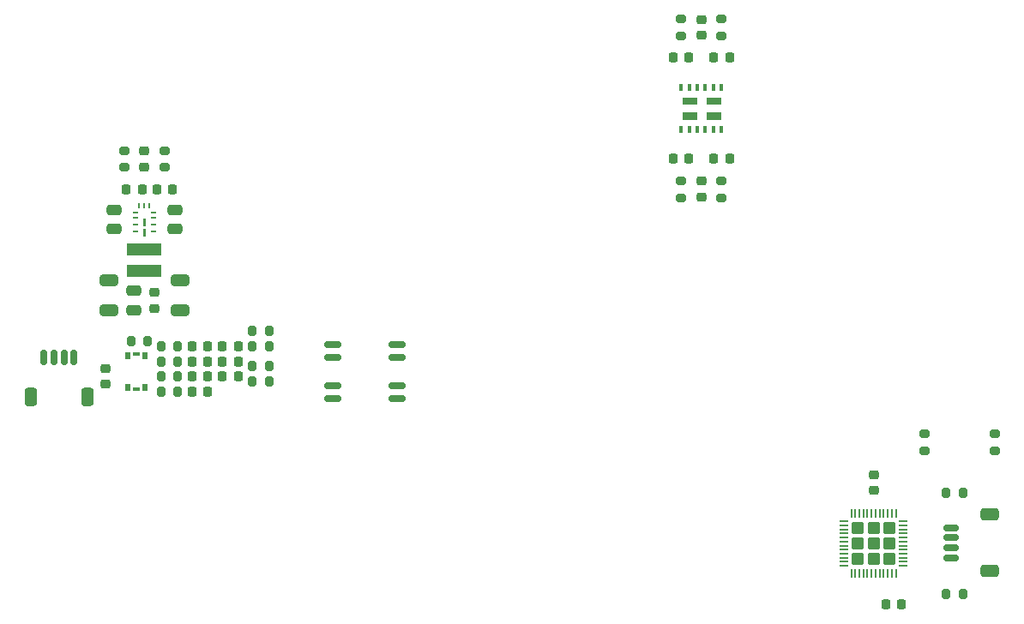
<source format=gbr>
%TF.GenerationSoftware,KiCad,Pcbnew,9.0.0-9.0.0-2~ubuntu24.04.1*%
%TF.CreationDate,2025-04-10T08:36:32-04:00*%
%TF.ProjectId,ECE2799_LED-Lamp,45434532-3739-4395-9f4c-45442d4c616d,0*%
%TF.SameCoordinates,Original*%
%TF.FileFunction,Paste,Top*%
%TF.FilePolarity,Positive*%
%FSLAX46Y46*%
G04 Gerber Fmt 4.6, Leading zero omitted, Abs format (unit mm)*
G04 Created by KiCad (PCBNEW 9.0.0-9.0.0-2~ubuntu24.04.1) date 2025-04-10 08:36:32*
%MOMM*%
%LPD*%
G01*
G04 APERTURE LIST*
G04 Aperture macros list*
%AMRoundRect*
0 Rectangle with rounded corners*
0 $1 Rounding radius*
0 $2 $3 $4 $5 $6 $7 $8 $9 X,Y pos of 4 corners*
0 Add a 4 corners polygon primitive as box body*
4,1,4,$2,$3,$4,$5,$6,$7,$8,$9,$2,$3,0*
0 Add four circle primitives for the rounded corners*
1,1,$1+$1,$2,$3*
1,1,$1+$1,$4,$5*
1,1,$1+$1,$6,$7*
1,1,$1+$1,$8,$9*
0 Add four rect primitives between the rounded corners*
20,1,$1+$1,$2,$3,$4,$5,0*
20,1,$1+$1,$4,$5,$6,$7,0*
20,1,$1+$1,$6,$7,$8,$9,0*
20,1,$1+$1,$8,$9,$2,$3,0*%
G04 Aperture macros list end*
%ADD10C,0.010000*%
%ADD11C,0.000000*%
%ADD12RoundRect,0.225000X0.225000X0.250000X-0.225000X0.250000X-0.225000X-0.250000X0.225000X-0.250000X0*%
%ADD13R,0.400000X0.650000*%
%ADD14RoundRect,0.250000X-0.650000X0.325000X-0.650000X-0.325000X0.650000X-0.325000X0.650000X0.325000X0*%
%ADD15RoundRect,0.200000X-0.275000X0.200000X-0.275000X-0.200000X0.275000X-0.200000X0.275000X0.200000X0*%
%ADD16RoundRect,0.200000X0.200000X0.275000X-0.200000X0.275000X-0.200000X-0.275000X0.200000X-0.275000X0*%
%ADD17RoundRect,0.200000X0.275000X-0.200000X0.275000X0.200000X-0.275000X0.200000X-0.275000X-0.200000X0*%
%ADD18RoundRect,0.218750X-0.256250X0.218750X-0.256250X-0.218750X0.256250X-0.218750X0.256250X0.218750X0*%
%ADD19RoundRect,0.225000X-0.225000X-0.250000X0.225000X-0.250000X0.225000X0.250000X-0.225000X0.250000X0*%
%ADD20RoundRect,0.225000X0.250000X-0.225000X0.250000X0.225000X-0.250000X0.225000X-0.250000X-0.225000X0*%
%ADD21RoundRect,0.150000X-0.662500X-0.150000X0.662500X-0.150000X0.662500X0.150000X-0.662500X0.150000X0*%
%ADD22RoundRect,0.200000X-0.200000X-0.275000X0.200000X-0.275000X0.200000X0.275000X-0.200000X0.275000X0*%
%ADD23RoundRect,0.250000X0.475000X-0.250000X0.475000X0.250000X-0.475000X0.250000X-0.475000X-0.250000X0*%
%ADD24RoundRect,0.218750X-0.218750X-0.256250X0.218750X-0.256250X0.218750X0.256250X-0.218750X0.256250X0*%
%ADD25RoundRect,0.218750X0.256250X-0.218750X0.256250X0.218750X-0.256250X0.218750X-0.256250X-0.218750X0*%
%ADD26R,0.599999X0.249999*%
%ADD27R,0.249999X0.599999*%
%ADD28R,3.400000X1.300000*%
%ADD29RoundRect,0.150000X-0.150000X-0.625000X0.150000X-0.625000X0.150000X0.625000X-0.150000X0.625000X0*%
%ADD30RoundRect,0.250000X-0.350000X-0.650000X0.350000X-0.650000X0.350000X0.650000X-0.350000X0.650000X0*%
%ADD31RoundRect,0.250000X0.370000X0.370000X-0.370000X0.370000X-0.370000X-0.370000X0.370000X-0.370000X0*%
%ADD32RoundRect,0.050000X0.350000X0.050000X-0.350000X0.050000X-0.350000X-0.050000X0.350000X-0.050000X0*%
%ADD33RoundRect,0.050000X0.050000X0.350000X-0.050000X0.350000X-0.050000X-0.350000X0.050000X-0.350000X0*%
%ADD34RoundRect,0.150000X0.625000X-0.150000X0.625000X0.150000X-0.625000X0.150000X-0.625000X-0.150000X0*%
%ADD35RoundRect,0.250000X0.650000X-0.350000X0.650000X0.350000X-0.650000X0.350000X-0.650000X-0.350000X0*%
%ADD36RoundRect,0.225000X-0.250000X0.225000X-0.250000X-0.225000X0.250000X-0.225000X0.250000X0.225000X0*%
%ADD37RoundRect,0.218750X0.218750X0.256250X-0.218750X0.256250X-0.218750X-0.256250X0.218750X-0.256250X0*%
%ADD38R,0.600000X0.650000*%
%ADD39R,0.700000X0.350000*%
G04 APERTURE END LIST*
D10*
%TO.C,U4*%
X192490000Y-99566000D02*
X191160000Y-99566000D01*
X191160000Y-98934000D01*
X192490000Y-98934000D01*
X192490000Y-99566000D01*
G36*
X192490000Y-99566000D02*
G01*
X191160000Y-99566000D01*
X191160000Y-98934000D01*
X192490000Y-98934000D01*
X192490000Y-99566000D01*
G37*
X192490000Y-101066000D02*
X191160000Y-101066000D01*
X191160000Y-100434000D01*
X192490000Y-100434000D01*
X192490000Y-101066000D01*
G36*
X192490000Y-101066000D02*
G01*
X191160000Y-101066000D01*
X191160000Y-100434000D01*
X192490000Y-100434000D01*
X192490000Y-101066000D01*
G37*
X194840000Y-99566000D02*
X193510000Y-99566000D01*
X193510000Y-98934000D01*
X194840000Y-98934000D01*
X194840000Y-99566000D01*
G36*
X194840000Y-99566000D02*
G01*
X193510000Y-99566000D01*
X193510000Y-98934000D01*
X194840000Y-98934000D01*
X194840000Y-99566000D01*
G37*
X194840000Y-101066000D02*
X193510000Y-101066000D01*
X193510000Y-100434000D01*
X194840000Y-100434000D01*
X194840000Y-101066000D01*
G36*
X194840000Y-101066000D02*
G01*
X193510000Y-101066000D01*
X193510000Y-100434000D01*
X194840000Y-100434000D01*
X194840000Y-101066000D01*
G37*
D11*
%TO.C,U3*%
G36*
X138084755Y-110874961D02*
G01*
X138094135Y-110877806D01*
X138102779Y-110882426D01*
X138110355Y-110888644D01*
X138116573Y-110896221D01*
X138121194Y-110904864D01*
X138124038Y-110914245D01*
X138124998Y-110923998D01*
X138124998Y-111635998D01*
X138124038Y-111645754D01*
X138121194Y-111655135D01*
X138116573Y-111663778D01*
X138110355Y-111671355D01*
X138102779Y-111677573D01*
X138094135Y-111682193D01*
X138084755Y-111685038D01*
X138074999Y-111685998D01*
X137925001Y-111685998D01*
X137915245Y-111685038D01*
X137905865Y-111682193D01*
X137897221Y-111677573D01*
X137889645Y-111671355D01*
X137883427Y-111663778D01*
X137878806Y-111655135D01*
X137875962Y-111645754D01*
X137875002Y-111635998D01*
X137875002Y-110923998D01*
X137875962Y-110914245D01*
X137878806Y-110904864D01*
X137883427Y-110896221D01*
X137889645Y-110888644D01*
X137897221Y-110882426D01*
X137905865Y-110877806D01*
X137915245Y-110874961D01*
X137925001Y-110873998D01*
X138074999Y-110873998D01*
X138084755Y-110874961D01*
G37*
G36*
X138084755Y-111889963D02*
G01*
X138094135Y-111892807D01*
X138102779Y-111897428D01*
X138110355Y-111903646D01*
X138116573Y-111911222D01*
X138121194Y-111919866D01*
X138124038Y-111929246D01*
X138124998Y-111939002D01*
X138124998Y-112651003D01*
X138124038Y-112660756D01*
X138121194Y-112670136D01*
X138116573Y-112678780D01*
X138110355Y-112686357D01*
X138102779Y-112692575D01*
X138094135Y-112697195D01*
X138084755Y-112700040D01*
X138074999Y-112701002D01*
X137925001Y-112701002D01*
X137915245Y-112700040D01*
X137905865Y-112697195D01*
X137897221Y-112692575D01*
X137889645Y-112686357D01*
X137883427Y-112678780D01*
X137878806Y-112670136D01*
X137875962Y-112660756D01*
X137875002Y-112651003D01*
X137875002Y-111939002D01*
X137875962Y-111929246D01*
X137878806Y-111919866D01*
X137883427Y-111911222D01*
X137889645Y-111903646D01*
X137897221Y-111897428D01*
X137905865Y-111892807D01*
X137915245Y-111889963D01*
X137925001Y-111889003D01*
X138074999Y-111889003D01*
X138084755Y-111889963D01*
G37*
%TD*%
D12*
%TO.C,C5*%
X147275000Y-125000000D03*
X145725000Y-125000000D03*
%TD*%
D13*
%TO.C,U4*%
X191000000Y-102075000D03*
X191800000Y-102075000D03*
X192600000Y-102075000D03*
X193400000Y-102075000D03*
X194200000Y-102075000D03*
X195000000Y-102075000D03*
X195000000Y-97925000D03*
X194200000Y-97925000D03*
X193400000Y-97925000D03*
X192600000Y-97925000D03*
X191800000Y-97925000D03*
X191000000Y-97925000D03*
%TD*%
D14*
%TO.C,C32*%
X141500000Y-117025000D03*
X141500000Y-119975000D03*
%TD*%
D12*
%TO.C,C16*%
X147275000Y-126500000D03*
X145725000Y-126500000D03*
%TD*%
%TO.C,C17*%
X147275000Y-123500000D03*
X145725000Y-123500000D03*
%TD*%
D15*
%TO.C,R14*%
X195000000Y-91175000D03*
X195000000Y-92825000D03*
%TD*%
%TO.C,R19*%
X136000000Y-104175000D03*
X136000000Y-105825000D03*
%TD*%
D16*
%TO.C,R39*%
X141325000Y-125000000D03*
X139675000Y-125000000D03*
%TD*%
D17*
%TO.C,R20*%
X140000000Y-105825000D03*
X140000000Y-104175000D03*
%TD*%
D14*
%TO.C,C33*%
X134500000Y-117025000D03*
X134500000Y-119975000D03*
%TD*%
D18*
%TO.C,D13*%
X193000000Y-91212500D03*
X193000000Y-92787500D03*
%TD*%
D19*
%TO.C,C22*%
X142725000Y-126500000D03*
X144275000Y-126500000D03*
%TD*%
D20*
%TO.C,C25*%
X134200000Y-127275000D03*
X134200000Y-125725000D03*
%TD*%
D18*
%TO.C,D2*%
X139000000Y-118212500D03*
X139000000Y-119787500D03*
%TD*%
D21*
%TO.C,U6*%
X156625000Y-123365000D03*
X156625000Y-124635000D03*
X163000000Y-124635000D03*
X163000000Y-123365000D03*
%TD*%
D12*
%TO.C,C19*%
X212775000Y-149000000D03*
X211225000Y-149000000D03*
%TD*%
D22*
%TO.C,R21*%
X217175000Y-148000000D03*
X218825000Y-148000000D03*
%TD*%
D23*
%TO.C,C34*%
X137000000Y-119950000D03*
X137000000Y-118050000D03*
%TD*%
D12*
%TO.C,C29*%
X137775000Y-108000000D03*
X136225000Y-108000000D03*
%TD*%
D24*
%TO.C,D10*%
X190212500Y-95000000D03*
X191787500Y-95000000D03*
%TD*%
D25*
%TO.C,D12*%
X193000000Y-108787500D03*
X193000000Y-107212500D03*
%TD*%
D17*
%TO.C,R13*%
X191000000Y-92825000D03*
X191000000Y-91175000D03*
%TD*%
D26*
%TO.C,U3*%
X138900001Y-112124999D03*
X138900001Y-111475000D03*
X138900001Y-110824999D03*
X138900001Y-110325000D03*
D27*
X138499999Y-109600000D03*
X138000000Y-109600000D03*
X137500001Y-109600000D03*
D26*
X137099999Y-110325000D03*
X137099999Y-110824999D03*
X137099999Y-111475000D03*
X137099999Y-112124999D03*
%TD*%
D16*
%TO.C,R16*%
X150325000Y-123500000D03*
X148675000Y-123500000D03*
%TD*%
D23*
%TO.C,C27*%
X141000000Y-111950000D03*
X141000000Y-110050000D03*
%TD*%
D21*
%TO.C,U5*%
X156625000Y-127365000D03*
X156625000Y-128635000D03*
X163000000Y-128635000D03*
X163000000Y-127365000D03*
%TD*%
D28*
%TO.C,L2*%
X138000000Y-113950000D03*
X138000000Y-116050000D03*
%TD*%
D17*
%TO.C,R22*%
X215000000Y-133825000D03*
X215000000Y-132175000D03*
%TD*%
D29*
%TO.C,J5*%
X128070000Y-124630000D03*
X129070000Y-124630000D03*
X130070000Y-124630000D03*
X131070000Y-124630000D03*
D30*
X126770000Y-128505000D03*
X132370000Y-128505000D03*
%TD*%
D31*
%TO.C,U8*%
X211530000Y-144530000D03*
X211530000Y-143000000D03*
X211530000Y-141470000D03*
X210000000Y-144530000D03*
X210000000Y-143000000D03*
X210000000Y-141470000D03*
X208470000Y-144530000D03*
X208470000Y-143000000D03*
X208470000Y-141470000D03*
D32*
X212950000Y-145200000D03*
X212950000Y-144800000D03*
X212950000Y-144400000D03*
X212950000Y-144000000D03*
X212950000Y-143600000D03*
X212950000Y-143200000D03*
X212950000Y-142800000D03*
X212950000Y-142400000D03*
X212950000Y-142000000D03*
X212950000Y-141600000D03*
X212950000Y-141200000D03*
X212950000Y-140800000D03*
D33*
X212200000Y-140050000D03*
X211800000Y-140050000D03*
X211400000Y-140050000D03*
X211000000Y-140050000D03*
X210600000Y-140050000D03*
X210200000Y-140050000D03*
X209800000Y-140050000D03*
X209400000Y-140050000D03*
X209000000Y-140050000D03*
X208600000Y-140050000D03*
X208200000Y-140050000D03*
X207800000Y-140050000D03*
D32*
X207050000Y-140800000D03*
X207050000Y-141200000D03*
X207050000Y-141600000D03*
X207050000Y-142000000D03*
X207050000Y-142400000D03*
X207050000Y-142800000D03*
X207050000Y-143200000D03*
X207050000Y-143600000D03*
X207050000Y-144000000D03*
X207050000Y-144400000D03*
X207050000Y-144800000D03*
X207050000Y-145200000D03*
D33*
X207800000Y-145950000D03*
X208200000Y-145950000D03*
X208600000Y-145950000D03*
X209000000Y-145950000D03*
X209400000Y-145950000D03*
X209800000Y-145950000D03*
X210200000Y-145950000D03*
X210600000Y-145950000D03*
X211000000Y-145950000D03*
X211400000Y-145950000D03*
X211800000Y-145950000D03*
X212200000Y-145950000D03*
%TD*%
D16*
%TO.C,R33*%
X138325000Y-123000000D03*
X136675000Y-123000000D03*
%TD*%
%TO.C,R30*%
X150325000Y-125446104D03*
X148675000Y-125446104D03*
%TD*%
D19*
%TO.C,C30*%
X139225000Y-108000000D03*
X140775000Y-108000000D03*
%TD*%
%TO.C,C12*%
X142725000Y-125000000D03*
X144275000Y-125000000D03*
%TD*%
D20*
%TO.C,C31*%
X138000000Y-105775000D03*
X138000000Y-104225000D03*
%TD*%
D34*
%TO.C,J2*%
X217630000Y-144430000D03*
X217630000Y-143430000D03*
X217630000Y-142430000D03*
X217630000Y-141430000D03*
D35*
X221505000Y-145730000D03*
X221505000Y-140130000D03*
%TD*%
D16*
%TO.C,R34*%
X141325000Y-126500000D03*
X139675000Y-126500000D03*
%TD*%
D19*
%TO.C,C24*%
X142725000Y-123500000D03*
X144275000Y-123500000D03*
%TD*%
D22*
%TO.C,R17*%
X217175000Y-138000000D03*
X218825000Y-138000000D03*
%TD*%
D36*
%TO.C,C18*%
X210000000Y-136225000D03*
X210000000Y-137775000D03*
%TD*%
D17*
%TO.C,R11*%
X195000000Y-108825000D03*
X195000000Y-107175000D03*
%TD*%
D37*
%TO.C,D7*%
X195787500Y-105000000D03*
X194212500Y-105000000D03*
%TD*%
D24*
%TO.C,D6*%
X190212500Y-105000000D03*
X191787500Y-105000000D03*
%TD*%
D38*
%TO.C,S1*%
X138050000Y-124425000D03*
X138050000Y-127575000D03*
X136350000Y-124425000D03*
X136350000Y-127575000D03*
D39*
X137200000Y-124275000D03*
X137200000Y-127725000D03*
%TD*%
D22*
%TO.C,R15*%
X148675000Y-122000000D03*
X150325000Y-122000000D03*
%TD*%
D17*
%TO.C,R24*%
X222000000Y-133825000D03*
X222000000Y-132175000D03*
%TD*%
D23*
%TO.C,C28*%
X135000000Y-111950000D03*
X135000000Y-110050000D03*
%TD*%
D37*
%TO.C,D11*%
X195787500Y-95000000D03*
X194212500Y-95000000D03*
%TD*%
D15*
%TO.C,R9*%
X191000000Y-107175000D03*
X191000000Y-108825000D03*
%TD*%
D19*
%TO.C,C15*%
X142725000Y-128000000D03*
X144275000Y-128000000D03*
%TD*%
D16*
%TO.C,R40*%
X141325000Y-123500000D03*
X139675000Y-123500000D03*
%TD*%
%TO.C,R31*%
X150325000Y-126946104D03*
X148675000Y-126946104D03*
%TD*%
D22*
%TO.C,R35*%
X139675000Y-128000000D03*
X141325000Y-128000000D03*
%TD*%
M02*

</source>
